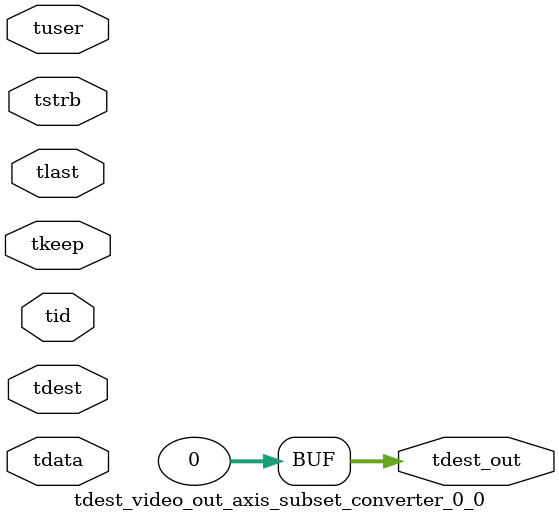
<source format=v>


`timescale 1ps/1ps

module tdest_video_out_axis_subset_converter_0_0 #
(
parameter C_S_AXIS_TDATA_WIDTH = 32,
parameter C_S_AXIS_TUSER_WIDTH = 0,
parameter C_S_AXIS_TID_WIDTH   = 0,
parameter C_S_AXIS_TDEST_WIDTH = 0,
parameter C_M_AXIS_TDEST_WIDTH = 32
)
(
input  [(C_S_AXIS_TDATA_WIDTH == 0 ? 1 : C_S_AXIS_TDATA_WIDTH)-1:0     ] tdata,
input  [(C_S_AXIS_TUSER_WIDTH == 0 ? 1 : C_S_AXIS_TUSER_WIDTH)-1:0     ] tuser,
input  [(C_S_AXIS_TID_WIDTH   == 0 ? 1 : C_S_AXIS_TID_WIDTH)-1:0       ] tid,
input  [(C_S_AXIS_TDEST_WIDTH == 0 ? 1 : C_S_AXIS_TDEST_WIDTH)-1:0     ] tdest,
input  [(C_S_AXIS_TDATA_WIDTH/8)-1:0 ] tkeep,
input  [(C_S_AXIS_TDATA_WIDTH/8)-1:0 ] tstrb,
input                                                                    tlast,
output [C_M_AXIS_TDEST_WIDTH-1:0] tdest_out
);

assign tdest_out = {1'b0};

endmodule


</source>
